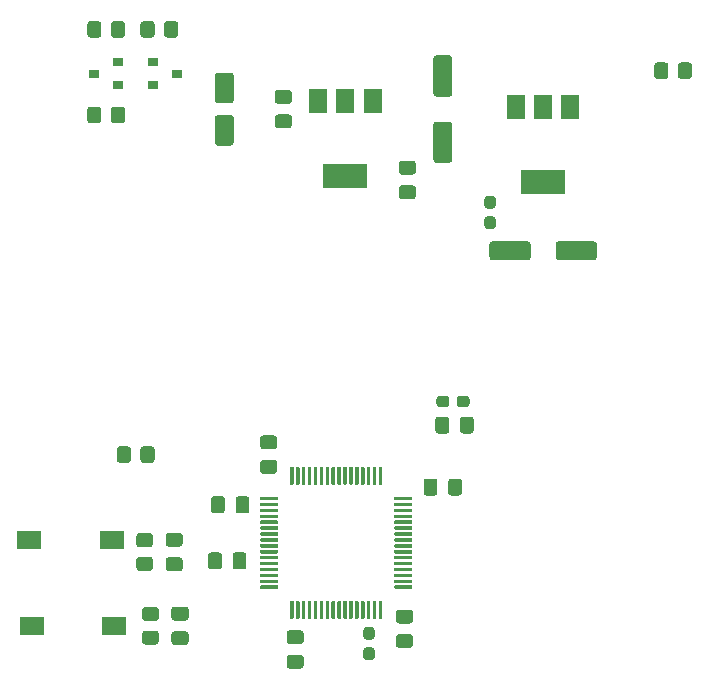
<source format=gbr>
%TF.GenerationSoftware,KiCad,Pcbnew,(5.1.9)-1*%
%TF.CreationDate,2021-05-13T01:47:40+02:00*%
%TF.ProjectId,PlytkaGlowna,506c7974-6b61-4476-9c6f-776e612e6b69,rev?*%
%TF.SameCoordinates,Original*%
%TF.FileFunction,Paste,Top*%
%TF.FilePolarity,Positive*%
%FSLAX46Y46*%
G04 Gerber Fmt 4.6, Leading zero omitted, Abs format (unit mm)*
G04 Created by KiCad (PCBNEW (5.1.9)-1) date 2021-05-13 01:47:40*
%MOMM*%
%LPD*%
G01*
G04 APERTURE LIST*
%ADD10R,0.900000X0.800000*%
%ADD11R,2.000000X1.500000*%
%ADD12R,1.500000X2.000000*%
%ADD13R,3.800000X2.000000*%
G04 APERTURE END LIST*
%TO.C,U3*%
G36*
G01*
X158025001Y-106800001D02*
X158025001Y-106650001D01*
G75*
G02*
X158100001Y-106575001I75000J0D01*
G01*
X159500001Y-106575001D01*
G75*
G02*
X159575001Y-106650001I0J-75000D01*
G01*
X159575001Y-106800001D01*
G75*
G02*
X159500001Y-106875001I-75000J0D01*
G01*
X158100001Y-106875001D01*
G75*
G02*
X158025001Y-106800001I0J75000D01*
G01*
G37*
G36*
G01*
X158025001Y-107300001D02*
X158025001Y-107150001D01*
G75*
G02*
X158100001Y-107075001I75000J0D01*
G01*
X159500001Y-107075001D01*
G75*
G02*
X159575001Y-107150001I0J-75000D01*
G01*
X159575001Y-107300001D01*
G75*
G02*
X159500001Y-107375001I-75000J0D01*
G01*
X158100001Y-107375001D01*
G75*
G02*
X158025001Y-107300001I0J75000D01*
G01*
G37*
G36*
G01*
X158025001Y-107800001D02*
X158025001Y-107650001D01*
G75*
G02*
X158100001Y-107575001I75000J0D01*
G01*
X159500001Y-107575001D01*
G75*
G02*
X159575001Y-107650001I0J-75000D01*
G01*
X159575001Y-107800001D01*
G75*
G02*
X159500001Y-107875001I-75000J0D01*
G01*
X158100001Y-107875001D01*
G75*
G02*
X158025001Y-107800001I0J75000D01*
G01*
G37*
G36*
G01*
X158025001Y-108300001D02*
X158025001Y-108150001D01*
G75*
G02*
X158100001Y-108075001I75000J0D01*
G01*
X159500001Y-108075001D01*
G75*
G02*
X159575001Y-108150001I0J-75000D01*
G01*
X159575001Y-108300001D01*
G75*
G02*
X159500001Y-108375001I-75000J0D01*
G01*
X158100001Y-108375001D01*
G75*
G02*
X158025001Y-108300001I0J75000D01*
G01*
G37*
G36*
G01*
X158025001Y-108800001D02*
X158025001Y-108650001D01*
G75*
G02*
X158100001Y-108575001I75000J0D01*
G01*
X159500001Y-108575001D01*
G75*
G02*
X159575001Y-108650001I0J-75000D01*
G01*
X159575001Y-108800001D01*
G75*
G02*
X159500001Y-108875001I-75000J0D01*
G01*
X158100001Y-108875001D01*
G75*
G02*
X158025001Y-108800001I0J75000D01*
G01*
G37*
G36*
G01*
X158025001Y-109300001D02*
X158025001Y-109150001D01*
G75*
G02*
X158100001Y-109075001I75000J0D01*
G01*
X159500001Y-109075001D01*
G75*
G02*
X159575001Y-109150001I0J-75000D01*
G01*
X159575001Y-109300001D01*
G75*
G02*
X159500001Y-109375001I-75000J0D01*
G01*
X158100001Y-109375001D01*
G75*
G02*
X158025001Y-109300001I0J75000D01*
G01*
G37*
G36*
G01*
X158025001Y-109800001D02*
X158025001Y-109650001D01*
G75*
G02*
X158100001Y-109575001I75000J0D01*
G01*
X159500001Y-109575001D01*
G75*
G02*
X159575001Y-109650001I0J-75000D01*
G01*
X159575001Y-109800001D01*
G75*
G02*
X159500001Y-109875001I-75000J0D01*
G01*
X158100001Y-109875001D01*
G75*
G02*
X158025001Y-109800001I0J75000D01*
G01*
G37*
G36*
G01*
X158025001Y-110300001D02*
X158025001Y-110150001D01*
G75*
G02*
X158100001Y-110075001I75000J0D01*
G01*
X159500001Y-110075001D01*
G75*
G02*
X159575001Y-110150001I0J-75000D01*
G01*
X159575001Y-110300001D01*
G75*
G02*
X159500001Y-110375001I-75000J0D01*
G01*
X158100001Y-110375001D01*
G75*
G02*
X158025001Y-110300001I0J75000D01*
G01*
G37*
G36*
G01*
X158025001Y-110800001D02*
X158025001Y-110650001D01*
G75*
G02*
X158100001Y-110575001I75000J0D01*
G01*
X159500001Y-110575001D01*
G75*
G02*
X159575001Y-110650001I0J-75000D01*
G01*
X159575001Y-110800001D01*
G75*
G02*
X159500001Y-110875001I-75000J0D01*
G01*
X158100001Y-110875001D01*
G75*
G02*
X158025001Y-110800001I0J75000D01*
G01*
G37*
G36*
G01*
X158025001Y-111300001D02*
X158025001Y-111150001D01*
G75*
G02*
X158100001Y-111075001I75000J0D01*
G01*
X159500001Y-111075001D01*
G75*
G02*
X159575001Y-111150001I0J-75000D01*
G01*
X159575001Y-111300001D01*
G75*
G02*
X159500001Y-111375001I-75000J0D01*
G01*
X158100001Y-111375001D01*
G75*
G02*
X158025001Y-111300001I0J75000D01*
G01*
G37*
G36*
G01*
X158025001Y-111800001D02*
X158025001Y-111650001D01*
G75*
G02*
X158100001Y-111575001I75000J0D01*
G01*
X159500001Y-111575001D01*
G75*
G02*
X159575001Y-111650001I0J-75000D01*
G01*
X159575001Y-111800001D01*
G75*
G02*
X159500001Y-111875001I-75000J0D01*
G01*
X158100001Y-111875001D01*
G75*
G02*
X158025001Y-111800001I0J75000D01*
G01*
G37*
G36*
G01*
X158025001Y-112300001D02*
X158025001Y-112150001D01*
G75*
G02*
X158100001Y-112075001I75000J0D01*
G01*
X159500001Y-112075001D01*
G75*
G02*
X159575001Y-112150001I0J-75000D01*
G01*
X159575001Y-112300001D01*
G75*
G02*
X159500001Y-112375001I-75000J0D01*
G01*
X158100001Y-112375001D01*
G75*
G02*
X158025001Y-112300001I0J75000D01*
G01*
G37*
G36*
G01*
X158025001Y-112800001D02*
X158025001Y-112650001D01*
G75*
G02*
X158100001Y-112575001I75000J0D01*
G01*
X159500001Y-112575001D01*
G75*
G02*
X159575001Y-112650001I0J-75000D01*
G01*
X159575001Y-112800001D01*
G75*
G02*
X159500001Y-112875001I-75000J0D01*
G01*
X158100001Y-112875001D01*
G75*
G02*
X158025001Y-112800001I0J75000D01*
G01*
G37*
G36*
G01*
X158025001Y-113300001D02*
X158025001Y-113150001D01*
G75*
G02*
X158100001Y-113075001I75000J0D01*
G01*
X159500001Y-113075001D01*
G75*
G02*
X159575001Y-113150001I0J-75000D01*
G01*
X159575001Y-113300001D01*
G75*
G02*
X159500001Y-113375001I-75000J0D01*
G01*
X158100001Y-113375001D01*
G75*
G02*
X158025001Y-113300001I0J75000D01*
G01*
G37*
G36*
G01*
X158025001Y-113800001D02*
X158025001Y-113650001D01*
G75*
G02*
X158100001Y-113575001I75000J0D01*
G01*
X159500001Y-113575001D01*
G75*
G02*
X159575001Y-113650001I0J-75000D01*
G01*
X159575001Y-113800001D01*
G75*
G02*
X159500001Y-113875001I-75000J0D01*
G01*
X158100001Y-113875001D01*
G75*
G02*
X158025001Y-113800001I0J75000D01*
G01*
G37*
G36*
G01*
X158025001Y-114300001D02*
X158025001Y-114150001D01*
G75*
G02*
X158100001Y-114075001I75000J0D01*
G01*
X159500001Y-114075001D01*
G75*
G02*
X159575001Y-114150001I0J-75000D01*
G01*
X159575001Y-114300001D01*
G75*
G02*
X159500001Y-114375001I-75000J0D01*
G01*
X158100001Y-114375001D01*
G75*
G02*
X158025001Y-114300001I0J75000D01*
G01*
G37*
G36*
G01*
X160575001Y-116850001D02*
X160575001Y-115450001D01*
G75*
G02*
X160650001Y-115375001I75000J0D01*
G01*
X160800001Y-115375001D01*
G75*
G02*
X160875001Y-115450001I0J-75000D01*
G01*
X160875001Y-116850001D01*
G75*
G02*
X160800001Y-116925001I-75000J0D01*
G01*
X160650001Y-116925001D01*
G75*
G02*
X160575001Y-116850001I0J75000D01*
G01*
G37*
G36*
G01*
X161075001Y-116850001D02*
X161075001Y-115450001D01*
G75*
G02*
X161150001Y-115375001I75000J0D01*
G01*
X161300001Y-115375001D01*
G75*
G02*
X161375001Y-115450001I0J-75000D01*
G01*
X161375001Y-116850001D01*
G75*
G02*
X161300001Y-116925001I-75000J0D01*
G01*
X161150001Y-116925001D01*
G75*
G02*
X161075001Y-116850001I0J75000D01*
G01*
G37*
G36*
G01*
X161575001Y-116850001D02*
X161575001Y-115450001D01*
G75*
G02*
X161650001Y-115375001I75000J0D01*
G01*
X161800001Y-115375001D01*
G75*
G02*
X161875001Y-115450001I0J-75000D01*
G01*
X161875001Y-116850001D01*
G75*
G02*
X161800001Y-116925001I-75000J0D01*
G01*
X161650001Y-116925001D01*
G75*
G02*
X161575001Y-116850001I0J75000D01*
G01*
G37*
G36*
G01*
X162075001Y-116850001D02*
X162075001Y-115450001D01*
G75*
G02*
X162150001Y-115375001I75000J0D01*
G01*
X162300001Y-115375001D01*
G75*
G02*
X162375001Y-115450001I0J-75000D01*
G01*
X162375001Y-116850001D01*
G75*
G02*
X162300001Y-116925001I-75000J0D01*
G01*
X162150001Y-116925001D01*
G75*
G02*
X162075001Y-116850001I0J75000D01*
G01*
G37*
G36*
G01*
X162575001Y-116850001D02*
X162575001Y-115450001D01*
G75*
G02*
X162650001Y-115375001I75000J0D01*
G01*
X162800001Y-115375001D01*
G75*
G02*
X162875001Y-115450001I0J-75000D01*
G01*
X162875001Y-116850001D01*
G75*
G02*
X162800001Y-116925001I-75000J0D01*
G01*
X162650001Y-116925001D01*
G75*
G02*
X162575001Y-116850001I0J75000D01*
G01*
G37*
G36*
G01*
X163075001Y-116850001D02*
X163075001Y-115450001D01*
G75*
G02*
X163150001Y-115375001I75000J0D01*
G01*
X163300001Y-115375001D01*
G75*
G02*
X163375001Y-115450001I0J-75000D01*
G01*
X163375001Y-116850001D01*
G75*
G02*
X163300001Y-116925001I-75000J0D01*
G01*
X163150001Y-116925001D01*
G75*
G02*
X163075001Y-116850001I0J75000D01*
G01*
G37*
G36*
G01*
X163575001Y-116850001D02*
X163575001Y-115450001D01*
G75*
G02*
X163650001Y-115375001I75000J0D01*
G01*
X163800001Y-115375001D01*
G75*
G02*
X163875001Y-115450001I0J-75000D01*
G01*
X163875001Y-116850001D01*
G75*
G02*
X163800001Y-116925001I-75000J0D01*
G01*
X163650001Y-116925001D01*
G75*
G02*
X163575001Y-116850001I0J75000D01*
G01*
G37*
G36*
G01*
X164075001Y-116850001D02*
X164075001Y-115450001D01*
G75*
G02*
X164150001Y-115375001I75000J0D01*
G01*
X164300001Y-115375001D01*
G75*
G02*
X164375001Y-115450001I0J-75000D01*
G01*
X164375001Y-116850001D01*
G75*
G02*
X164300001Y-116925001I-75000J0D01*
G01*
X164150001Y-116925001D01*
G75*
G02*
X164075001Y-116850001I0J75000D01*
G01*
G37*
G36*
G01*
X164575001Y-116850001D02*
X164575001Y-115450001D01*
G75*
G02*
X164650001Y-115375001I75000J0D01*
G01*
X164800001Y-115375001D01*
G75*
G02*
X164875001Y-115450001I0J-75000D01*
G01*
X164875001Y-116850001D01*
G75*
G02*
X164800001Y-116925001I-75000J0D01*
G01*
X164650001Y-116925001D01*
G75*
G02*
X164575001Y-116850001I0J75000D01*
G01*
G37*
G36*
G01*
X165075001Y-116850001D02*
X165075001Y-115450001D01*
G75*
G02*
X165150001Y-115375001I75000J0D01*
G01*
X165300001Y-115375001D01*
G75*
G02*
X165375001Y-115450001I0J-75000D01*
G01*
X165375001Y-116850001D01*
G75*
G02*
X165300001Y-116925001I-75000J0D01*
G01*
X165150001Y-116925001D01*
G75*
G02*
X165075001Y-116850001I0J75000D01*
G01*
G37*
G36*
G01*
X165575001Y-116850001D02*
X165575001Y-115450001D01*
G75*
G02*
X165650001Y-115375001I75000J0D01*
G01*
X165800001Y-115375001D01*
G75*
G02*
X165875001Y-115450001I0J-75000D01*
G01*
X165875001Y-116850001D01*
G75*
G02*
X165800001Y-116925001I-75000J0D01*
G01*
X165650001Y-116925001D01*
G75*
G02*
X165575001Y-116850001I0J75000D01*
G01*
G37*
G36*
G01*
X166075001Y-116850001D02*
X166075001Y-115450001D01*
G75*
G02*
X166150001Y-115375001I75000J0D01*
G01*
X166300001Y-115375001D01*
G75*
G02*
X166375001Y-115450001I0J-75000D01*
G01*
X166375001Y-116850001D01*
G75*
G02*
X166300001Y-116925001I-75000J0D01*
G01*
X166150001Y-116925001D01*
G75*
G02*
X166075001Y-116850001I0J75000D01*
G01*
G37*
G36*
G01*
X166575001Y-116850001D02*
X166575001Y-115450001D01*
G75*
G02*
X166650001Y-115375001I75000J0D01*
G01*
X166800001Y-115375001D01*
G75*
G02*
X166875001Y-115450001I0J-75000D01*
G01*
X166875001Y-116850001D01*
G75*
G02*
X166800001Y-116925001I-75000J0D01*
G01*
X166650001Y-116925001D01*
G75*
G02*
X166575001Y-116850001I0J75000D01*
G01*
G37*
G36*
G01*
X167075001Y-116850001D02*
X167075001Y-115450001D01*
G75*
G02*
X167150001Y-115375001I75000J0D01*
G01*
X167300001Y-115375001D01*
G75*
G02*
X167375001Y-115450001I0J-75000D01*
G01*
X167375001Y-116850001D01*
G75*
G02*
X167300001Y-116925001I-75000J0D01*
G01*
X167150001Y-116925001D01*
G75*
G02*
X167075001Y-116850001I0J75000D01*
G01*
G37*
G36*
G01*
X167575001Y-116850001D02*
X167575001Y-115450001D01*
G75*
G02*
X167650001Y-115375001I75000J0D01*
G01*
X167800001Y-115375001D01*
G75*
G02*
X167875001Y-115450001I0J-75000D01*
G01*
X167875001Y-116850001D01*
G75*
G02*
X167800001Y-116925001I-75000J0D01*
G01*
X167650001Y-116925001D01*
G75*
G02*
X167575001Y-116850001I0J75000D01*
G01*
G37*
G36*
G01*
X168075001Y-116850001D02*
X168075001Y-115450001D01*
G75*
G02*
X168150001Y-115375001I75000J0D01*
G01*
X168300001Y-115375001D01*
G75*
G02*
X168375001Y-115450001I0J-75000D01*
G01*
X168375001Y-116850001D01*
G75*
G02*
X168300001Y-116925001I-75000J0D01*
G01*
X168150001Y-116925001D01*
G75*
G02*
X168075001Y-116850001I0J75000D01*
G01*
G37*
G36*
G01*
X169375001Y-114300001D02*
X169375001Y-114150001D01*
G75*
G02*
X169450001Y-114075001I75000J0D01*
G01*
X170850001Y-114075001D01*
G75*
G02*
X170925001Y-114150001I0J-75000D01*
G01*
X170925001Y-114300001D01*
G75*
G02*
X170850001Y-114375001I-75000J0D01*
G01*
X169450001Y-114375001D01*
G75*
G02*
X169375001Y-114300001I0J75000D01*
G01*
G37*
G36*
G01*
X169375001Y-113800001D02*
X169375001Y-113650001D01*
G75*
G02*
X169450001Y-113575001I75000J0D01*
G01*
X170850001Y-113575001D01*
G75*
G02*
X170925001Y-113650001I0J-75000D01*
G01*
X170925001Y-113800001D01*
G75*
G02*
X170850001Y-113875001I-75000J0D01*
G01*
X169450001Y-113875001D01*
G75*
G02*
X169375001Y-113800001I0J75000D01*
G01*
G37*
G36*
G01*
X169375001Y-113300001D02*
X169375001Y-113150001D01*
G75*
G02*
X169450001Y-113075001I75000J0D01*
G01*
X170850001Y-113075001D01*
G75*
G02*
X170925001Y-113150001I0J-75000D01*
G01*
X170925001Y-113300001D01*
G75*
G02*
X170850001Y-113375001I-75000J0D01*
G01*
X169450001Y-113375001D01*
G75*
G02*
X169375001Y-113300001I0J75000D01*
G01*
G37*
G36*
G01*
X169375001Y-112800001D02*
X169375001Y-112650001D01*
G75*
G02*
X169450001Y-112575001I75000J0D01*
G01*
X170850001Y-112575001D01*
G75*
G02*
X170925001Y-112650001I0J-75000D01*
G01*
X170925001Y-112800001D01*
G75*
G02*
X170850001Y-112875001I-75000J0D01*
G01*
X169450001Y-112875001D01*
G75*
G02*
X169375001Y-112800001I0J75000D01*
G01*
G37*
G36*
G01*
X169375001Y-112300001D02*
X169375001Y-112150001D01*
G75*
G02*
X169450001Y-112075001I75000J0D01*
G01*
X170850001Y-112075001D01*
G75*
G02*
X170925001Y-112150001I0J-75000D01*
G01*
X170925001Y-112300001D01*
G75*
G02*
X170850001Y-112375001I-75000J0D01*
G01*
X169450001Y-112375001D01*
G75*
G02*
X169375001Y-112300001I0J75000D01*
G01*
G37*
G36*
G01*
X169375001Y-111800001D02*
X169375001Y-111650001D01*
G75*
G02*
X169450001Y-111575001I75000J0D01*
G01*
X170850001Y-111575001D01*
G75*
G02*
X170925001Y-111650001I0J-75000D01*
G01*
X170925001Y-111800001D01*
G75*
G02*
X170850001Y-111875001I-75000J0D01*
G01*
X169450001Y-111875001D01*
G75*
G02*
X169375001Y-111800001I0J75000D01*
G01*
G37*
G36*
G01*
X169375001Y-111300001D02*
X169375001Y-111150001D01*
G75*
G02*
X169450001Y-111075001I75000J0D01*
G01*
X170850001Y-111075001D01*
G75*
G02*
X170925001Y-111150001I0J-75000D01*
G01*
X170925001Y-111300001D01*
G75*
G02*
X170850001Y-111375001I-75000J0D01*
G01*
X169450001Y-111375001D01*
G75*
G02*
X169375001Y-111300001I0J75000D01*
G01*
G37*
G36*
G01*
X169375001Y-110800001D02*
X169375001Y-110650001D01*
G75*
G02*
X169450001Y-110575001I75000J0D01*
G01*
X170850001Y-110575001D01*
G75*
G02*
X170925001Y-110650001I0J-75000D01*
G01*
X170925001Y-110800001D01*
G75*
G02*
X170850001Y-110875001I-75000J0D01*
G01*
X169450001Y-110875001D01*
G75*
G02*
X169375001Y-110800001I0J75000D01*
G01*
G37*
G36*
G01*
X169375001Y-110300001D02*
X169375001Y-110150001D01*
G75*
G02*
X169450001Y-110075001I75000J0D01*
G01*
X170850001Y-110075001D01*
G75*
G02*
X170925001Y-110150001I0J-75000D01*
G01*
X170925001Y-110300001D01*
G75*
G02*
X170850001Y-110375001I-75000J0D01*
G01*
X169450001Y-110375001D01*
G75*
G02*
X169375001Y-110300001I0J75000D01*
G01*
G37*
G36*
G01*
X169375001Y-109800001D02*
X169375001Y-109650001D01*
G75*
G02*
X169450001Y-109575001I75000J0D01*
G01*
X170850001Y-109575001D01*
G75*
G02*
X170925001Y-109650001I0J-75000D01*
G01*
X170925001Y-109800001D01*
G75*
G02*
X170850001Y-109875001I-75000J0D01*
G01*
X169450001Y-109875001D01*
G75*
G02*
X169375001Y-109800001I0J75000D01*
G01*
G37*
G36*
G01*
X169375001Y-109300001D02*
X169375001Y-109150001D01*
G75*
G02*
X169450001Y-109075001I75000J0D01*
G01*
X170850001Y-109075001D01*
G75*
G02*
X170925001Y-109150001I0J-75000D01*
G01*
X170925001Y-109300001D01*
G75*
G02*
X170850001Y-109375001I-75000J0D01*
G01*
X169450001Y-109375001D01*
G75*
G02*
X169375001Y-109300001I0J75000D01*
G01*
G37*
G36*
G01*
X169375001Y-108800001D02*
X169375001Y-108650001D01*
G75*
G02*
X169450001Y-108575001I75000J0D01*
G01*
X170850001Y-108575001D01*
G75*
G02*
X170925001Y-108650001I0J-75000D01*
G01*
X170925001Y-108800001D01*
G75*
G02*
X170850001Y-108875001I-75000J0D01*
G01*
X169450001Y-108875001D01*
G75*
G02*
X169375001Y-108800001I0J75000D01*
G01*
G37*
G36*
G01*
X169375001Y-108300001D02*
X169375001Y-108150001D01*
G75*
G02*
X169450001Y-108075001I75000J0D01*
G01*
X170850001Y-108075001D01*
G75*
G02*
X170925001Y-108150001I0J-75000D01*
G01*
X170925001Y-108300001D01*
G75*
G02*
X170850001Y-108375001I-75000J0D01*
G01*
X169450001Y-108375001D01*
G75*
G02*
X169375001Y-108300001I0J75000D01*
G01*
G37*
G36*
G01*
X169375001Y-107800001D02*
X169375001Y-107650001D01*
G75*
G02*
X169450001Y-107575001I75000J0D01*
G01*
X170850001Y-107575001D01*
G75*
G02*
X170925001Y-107650001I0J-75000D01*
G01*
X170925001Y-107800001D01*
G75*
G02*
X170850001Y-107875001I-75000J0D01*
G01*
X169450001Y-107875001D01*
G75*
G02*
X169375001Y-107800001I0J75000D01*
G01*
G37*
G36*
G01*
X169375001Y-107300001D02*
X169375001Y-107150001D01*
G75*
G02*
X169450001Y-107075001I75000J0D01*
G01*
X170850001Y-107075001D01*
G75*
G02*
X170925001Y-107150001I0J-75000D01*
G01*
X170925001Y-107300001D01*
G75*
G02*
X170850001Y-107375001I-75000J0D01*
G01*
X169450001Y-107375001D01*
G75*
G02*
X169375001Y-107300001I0J75000D01*
G01*
G37*
G36*
G01*
X169375001Y-106800001D02*
X169375001Y-106650001D01*
G75*
G02*
X169450001Y-106575001I75000J0D01*
G01*
X170850001Y-106575001D01*
G75*
G02*
X170925001Y-106650001I0J-75000D01*
G01*
X170925001Y-106800001D01*
G75*
G02*
X170850001Y-106875001I-75000J0D01*
G01*
X169450001Y-106875001D01*
G75*
G02*
X169375001Y-106800001I0J75000D01*
G01*
G37*
G36*
G01*
X168075001Y-105500001D02*
X168075001Y-104100001D01*
G75*
G02*
X168150001Y-104025001I75000J0D01*
G01*
X168300001Y-104025001D01*
G75*
G02*
X168375001Y-104100001I0J-75000D01*
G01*
X168375001Y-105500001D01*
G75*
G02*
X168300001Y-105575001I-75000J0D01*
G01*
X168150001Y-105575001D01*
G75*
G02*
X168075001Y-105500001I0J75000D01*
G01*
G37*
G36*
G01*
X167575001Y-105500001D02*
X167575001Y-104100001D01*
G75*
G02*
X167650001Y-104025001I75000J0D01*
G01*
X167800001Y-104025001D01*
G75*
G02*
X167875001Y-104100001I0J-75000D01*
G01*
X167875001Y-105500001D01*
G75*
G02*
X167800001Y-105575001I-75000J0D01*
G01*
X167650001Y-105575001D01*
G75*
G02*
X167575001Y-105500001I0J75000D01*
G01*
G37*
G36*
G01*
X167075001Y-105500001D02*
X167075001Y-104100001D01*
G75*
G02*
X167150001Y-104025001I75000J0D01*
G01*
X167300001Y-104025001D01*
G75*
G02*
X167375001Y-104100001I0J-75000D01*
G01*
X167375001Y-105500001D01*
G75*
G02*
X167300001Y-105575001I-75000J0D01*
G01*
X167150001Y-105575001D01*
G75*
G02*
X167075001Y-105500001I0J75000D01*
G01*
G37*
G36*
G01*
X166575001Y-105500001D02*
X166575001Y-104100001D01*
G75*
G02*
X166650001Y-104025001I75000J0D01*
G01*
X166800001Y-104025001D01*
G75*
G02*
X166875001Y-104100001I0J-75000D01*
G01*
X166875001Y-105500001D01*
G75*
G02*
X166800001Y-105575001I-75000J0D01*
G01*
X166650001Y-105575001D01*
G75*
G02*
X166575001Y-105500001I0J75000D01*
G01*
G37*
G36*
G01*
X166075001Y-105500001D02*
X166075001Y-104100001D01*
G75*
G02*
X166150001Y-104025001I75000J0D01*
G01*
X166300001Y-104025001D01*
G75*
G02*
X166375001Y-104100001I0J-75000D01*
G01*
X166375001Y-105500001D01*
G75*
G02*
X166300001Y-105575001I-75000J0D01*
G01*
X166150001Y-105575001D01*
G75*
G02*
X166075001Y-105500001I0J75000D01*
G01*
G37*
G36*
G01*
X165575001Y-105500001D02*
X165575001Y-104100001D01*
G75*
G02*
X165650001Y-104025001I75000J0D01*
G01*
X165800001Y-104025001D01*
G75*
G02*
X165875001Y-104100001I0J-75000D01*
G01*
X165875001Y-105500001D01*
G75*
G02*
X165800001Y-105575001I-75000J0D01*
G01*
X165650001Y-105575001D01*
G75*
G02*
X165575001Y-105500001I0J75000D01*
G01*
G37*
G36*
G01*
X165075001Y-105500001D02*
X165075001Y-104100001D01*
G75*
G02*
X165150001Y-104025001I75000J0D01*
G01*
X165300001Y-104025001D01*
G75*
G02*
X165375001Y-104100001I0J-75000D01*
G01*
X165375001Y-105500001D01*
G75*
G02*
X165300001Y-105575001I-75000J0D01*
G01*
X165150001Y-105575001D01*
G75*
G02*
X165075001Y-105500001I0J75000D01*
G01*
G37*
G36*
G01*
X164575001Y-105500001D02*
X164575001Y-104100001D01*
G75*
G02*
X164650001Y-104025001I75000J0D01*
G01*
X164800001Y-104025001D01*
G75*
G02*
X164875001Y-104100001I0J-75000D01*
G01*
X164875001Y-105500001D01*
G75*
G02*
X164800001Y-105575001I-75000J0D01*
G01*
X164650001Y-105575001D01*
G75*
G02*
X164575001Y-105500001I0J75000D01*
G01*
G37*
G36*
G01*
X164075001Y-105500001D02*
X164075001Y-104100001D01*
G75*
G02*
X164150001Y-104025001I75000J0D01*
G01*
X164300001Y-104025001D01*
G75*
G02*
X164375001Y-104100001I0J-75000D01*
G01*
X164375001Y-105500001D01*
G75*
G02*
X164300001Y-105575001I-75000J0D01*
G01*
X164150001Y-105575001D01*
G75*
G02*
X164075001Y-105500001I0J75000D01*
G01*
G37*
G36*
G01*
X163575001Y-105500001D02*
X163575001Y-104100001D01*
G75*
G02*
X163650001Y-104025001I75000J0D01*
G01*
X163800001Y-104025001D01*
G75*
G02*
X163875001Y-104100001I0J-75000D01*
G01*
X163875001Y-105500001D01*
G75*
G02*
X163800001Y-105575001I-75000J0D01*
G01*
X163650001Y-105575001D01*
G75*
G02*
X163575001Y-105500001I0J75000D01*
G01*
G37*
G36*
G01*
X163075001Y-105500001D02*
X163075001Y-104100001D01*
G75*
G02*
X163150001Y-104025001I75000J0D01*
G01*
X163300001Y-104025001D01*
G75*
G02*
X163375001Y-104100001I0J-75000D01*
G01*
X163375001Y-105500001D01*
G75*
G02*
X163300001Y-105575001I-75000J0D01*
G01*
X163150001Y-105575001D01*
G75*
G02*
X163075001Y-105500001I0J75000D01*
G01*
G37*
G36*
G01*
X162575001Y-105500001D02*
X162575001Y-104100001D01*
G75*
G02*
X162650001Y-104025001I75000J0D01*
G01*
X162800001Y-104025001D01*
G75*
G02*
X162875001Y-104100001I0J-75000D01*
G01*
X162875001Y-105500001D01*
G75*
G02*
X162800001Y-105575001I-75000J0D01*
G01*
X162650001Y-105575001D01*
G75*
G02*
X162575001Y-105500001I0J75000D01*
G01*
G37*
G36*
G01*
X162075001Y-105500001D02*
X162075001Y-104100001D01*
G75*
G02*
X162150001Y-104025001I75000J0D01*
G01*
X162300001Y-104025001D01*
G75*
G02*
X162375001Y-104100001I0J-75000D01*
G01*
X162375001Y-105500001D01*
G75*
G02*
X162300001Y-105575001I-75000J0D01*
G01*
X162150001Y-105575001D01*
G75*
G02*
X162075001Y-105500001I0J75000D01*
G01*
G37*
G36*
G01*
X161575001Y-105500001D02*
X161575001Y-104100001D01*
G75*
G02*
X161650001Y-104025001I75000J0D01*
G01*
X161800001Y-104025001D01*
G75*
G02*
X161875001Y-104100001I0J-75000D01*
G01*
X161875001Y-105500001D01*
G75*
G02*
X161800001Y-105575001I-75000J0D01*
G01*
X161650001Y-105575001D01*
G75*
G02*
X161575001Y-105500001I0J75000D01*
G01*
G37*
G36*
G01*
X161075001Y-105500001D02*
X161075001Y-104100001D01*
G75*
G02*
X161150001Y-104025001I75000J0D01*
G01*
X161300001Y-104025001D01*
G75*
G02*
X161375001Y-104100001I0J-75000D01*
G01*
X161375001Y-105500001D01*
G75*
G02*
X161300001Y-105575001I-75000J0D01*
G01*
X161150001Y-105575001D01*
G75*
G02*
X161075001Y-105500001I0J75000D01*
G01*
G37*
G36*
G01*
X160575001Y-105500001D02*
X160575001Y-104100001D01*
G75*
G02*
X160650001Y-104025001I75000J0D01*
G01*
X160800001Y-104025001D01*
G75*
G02*
X160875001Y-104100001I0J-75000D01*
G01*
X160875001Y-105500001D01*
G75*
G02*
X160800001Y-105575001I-75000J0D01*
G01*
X160650001Y-105575001D01*
G75*
G02*
X160575001Y-105500001I0J75000D01*
G01*
G37*
%TD*%
%TO.C,C6*%
G36*
G01*
X167012500Y-117600000D02*
X167487500Y-117600000D01*
G75*
G02*
X167725000Y-117837500I0J-237500D01*
G01*
X167725000Y-118437500D01*
G75*
G02*
X167487500Y-118675000I-237500J0D01*
G01*
X167012500Y-118675000D01*
G75*
G02*
X166775000Y-118437500I0J237500D01*
G01*
X166775000Y-117837500D01*
G75*
G02*
X167012500Y-117600000I237500J0D01*
G01*
G37*
G36*
G01*
X167012500Y-119325000D02*
X167487500Y-119325000D01*
G75*
G02*
X167725000Y-119562500I0J-237500D01*
G01*
X167725000Y-120162500D01*
G75*
G02*
X167487500Y-120400000I-237500J0D01*
G01*
X167012500Y-120400000D01*
G75*
G02*
X166775000Y-120162500I0J237500D01*
G01*
X166775000Y-119562500D01*
G75*
G02*
X167012500Y-119325000I237500J0D01*
G01*
G37*
%TD*%
%TO.C,C15*%
G36*
G01*
X156875000Y-111525000D02*
X156875000Y-112475000D01*
G75*
G02*
X156625000Y-112725000I-250000J0D01*
G01*
X155950000Y-112725000D01*
G75*
G02*
X155700000Y-112475000I0J250000D01*
G01*
X155700000Y-111525000D01*
G75*
G02*
X155950000Y-111275000I250000J0D01*
G01*
X156625000Y-111275000D01*
G75*
G02*
X156875000Y-111525000I0J-250000D01*
G01*
G37*
G36*
G01*
X154800000Y-111525000D02*
X154800000Y-112475000D01*
G75*
G02*
X154550000Y-112725000I-250000J0D01*
G01*
X153875000Y-112725000D01*
G75*
G02*
X153625000Y-112475000I0J250000D01*
G01*
X153625000Y-111525000D01*
G75*
G02*
X153875000Y-111275000I250000J0D01*
G01*
X154550000Y-111275000D01*
G75*
G02*
X154800000Y-111525000I0J-250000D01*
G01*
G37*
%TD*%
%TO.C,C1*%
G36*
G01*
X169775000Y-118200000D02*
X170725000Y-118200000D01*
G75*
G02*
X170975000Y-118450000I0J-250000D01*
G01*
X170975000Y-119125000D01*
G75*
G02*
X170725000Y-119375000I-250000J0D01*
G01*
X169775000Y-119375000D01*
G75*
G02*
X169525000Y-119125000I0J250000D01*
G01*
X169525000Y-118450000D01*
G75*
G02*
X169775000Y-118200000I250000J0D01*
G01*
G37*
G36*
G01*
X169775000Y-116125000D02*
X170725000Y-116125000D01*
G75*
G02*
X170975000Y-116375000I0J-250000D01*
G01*
X170975000Y-117050000D01*
G75*
G02*
X170725000Y-117300000I-250000J0D01*
G01*
X169775000Y-117300000D01*
G75*
G02*
X169525000Y-117050000I0J250000D01*
G01*
X169525000Y-116375000D01*
G75*
G02*
X169775000Y-116125000I250000J0D01*
G01*
G37*
%TD*%
%TO.C,C2*%
G36*
G01*
X151725000Y-119125000D02*
X150775000Y-119125000D01*
G75*
G02*
X150525000Y-118875000I0J250000D01*
G01*
X150525000Y-118200000D01*
G75*
G02*
X150775000Y-117950000I250000J0D01*
G01*
X151725000Y-117950000D01*
G75*
G02*
X151975000Y-118200000I0J-250000D01*
G01*
X151975000Y-118875000D01*
G75*
G02*
X151725000Y-119125000I-250000J0D01*
G01*
G37*
G36*
G01*
X151725000Y-117050000D02*
X150775000Y-117050000D01*
G75*
G02*
X150525000Y-116800000I0J250000D01*
G01*
X150525000Y-116125000D01*
G75*
G02*
X150775000Y-115875000I250000J0D01*
G01*
X151725000Y-115875000D01*
G75*
G02*
X151975000Y-116125000I0J-250000D01*
G01*
X151975000Y-116800000D01*
G75*
G02*
X151725000Y-117050000I-250000J0D01*
G01*
G37*
%TD*%
%TO.C,C3*%
G36*
G01*
X160525000Y-117875000D02*
X161475000Y-117875000D01*
G75*
G02*
X161725000Y-118125000I0J-250000D01*
G01*
X161725000Y-118800000D01*
G75*
G02*
X161475000Y-119050000I-250000J0D01*
G01*
X160525000Y-119050000D01*
G75*
G02*
X160275000Y-118800000I0J250000D01*
G01*
X160275000Y-118125000D01*
G75*
G02*
X160525000Y-117875000I250000J0D01*
G01*
G37*
G36*
G01*
X160525000Y-119950000D02*
X161475000Y-119950000D01*
G75*
G02*
X161725000Y-120200000I0J-250000D01*
G01*
X161725000Y-120875000D01*
G75*
G02*
X161475000Y-121125000I-250000J0D01*
G01*
X160525000Y-121125000D01*
G75*
G02*
X160275000Y-120875000I0J250000D01*
G01*
X160275000Y-120200000D01*
G75*
G02*
X160525000Y-119950000I250000J0D01*
G01*
G37*
%TD*%
%TO.C,C4*%
G36*
G01*
X151225000Y-112875000D02*
X150275000Y-112875000D01*
G75*
G02*
X150025000Y-112625000I0J250000D01*
G01*
X150025000Y-111950000D01*
G75*
G02*
X150275000Y-111700000I250000J0D01*
G01*
X151225000Y-111700000D01*
G75*
G02*
X151475000Y-111950000I0J-250000D01*
G01*
X151475000Y-112625000D01*
G75*
G02*
X151225000Y-112875000I-250000J0D01*
G01*
G37*
G36*
G01*
X151225000Y-110800000D02*
X150275000Y-110800000D01*
G75*
G02*
X150025000Y-110550000I0J250000D01*
G01*
X150025000Y-109875000D01*
G75*
G02*
X150275000Y-109625000I250000J0D01*
G01*
X151225000Y-109625000D01*
G75*
G02*
X151475000Y-109875000I0J-250000D01*
G01*
X151475000Y-110550000D01*
G75*
G02*
X151225000Y-110800000I-250000J0D01*
G01*
G37*
%TD*%
%TO.C,C5*%
G36*
G01*
X159225000Y-102550000D02*
X158275000Y-102550000D01*
G75*
G02*
X158025000Y-102300000I0J250000D01*
G01*
X158025000Y-101625000D01*
G75*
G02*
X158275000Y-101375000I250000J0D01*
G01*
X159225000Y-101375000D01*
G75*
G02*
X159475000Y-101625000I0J-250000D01*
G01*
X159475000Y-102300000D01*
G75*
G02*
X159225000Y-102550000I-250000J0D01*
G01*
G37*
G36*
G01*
X159225000Y-104625000D02*
X158275000Y-104625000D01*
G75*
G02*
X158025000Y-104375000I0J250000D01*
G01*
X158025000Y-103700000D01*
G75*
G02*
X158275000Y-103450000I250000J0D01*
G01*
X159225000Y-103450000D01*
G75*
G02*
X159475000Y-103700000I0J-250000D01*
G01*
X159475000Y-104375000D01*
G75*
G02*
X159225000Y-104625000I-250000J0D01*
G01*
G37*
%TD*%
%TO.C,C7*%
G36*
G01*
X155050000Y-106775000D02*
X155050000Y-107725000D01*
G75*
G02*
X154800000Y-107975000I-250000J0D01*
G01*
X154125000Y-107975000D01*
G75*
G02*
X153875000Y-107725000I0J250000D01*
G01*
X153875000Y-106775000D01*
G75*
G02*
X154125000Y-106525000I250000J0D01*
G01*
X154800000Y-106525000D01*
G75*
G02*
X155050000Y-106775000I0J-250000D01*
G01*
G37*
G36*
G01*
X157125000Y-106775000D02*
X157125000Y-107725000D01*
G75*
G02*
X156875000Y-107975000I-250000J0D01*
G01*
X156200000Y-107975000D01*
G75*
G02*
X155950000Y-107725000I0J250000D01*
G01*
X155950000Y-106775000D01*
G75*
G02*
X156200000Y-106525000I250000J0D01*
G01*
X156875000Y-106525000D01*
G75*
G02*
X157125000Y-106775000I0J-250000D01*
G01*
G37*
%TD*%
%TO.C,C8*%
G36*
G01*
X174950000Y-100975000D02*
X174950000Y-100025000D01*
G75*
G02*
X175200000Y-99775000I250000J0D01*
G01*
X175875000Y-99775000D01*
G75*
G02*
X176125000Y-100025000I0J-250000D01*
G01*
X176125000Y-100975000D01*
G75*
G02*
X175875000Y-101225000I-250000J0D01*
G01*
X175200000Y-101225000D01*
G75*
G02*
X174950000Y-100975000I0J250000D01*
G01*
G37*
G36*
G01*
X172875000Y-100975000D02*
X172875000Y-100025000D01*
G75*
G02*
X173125000Y-99775000I250000J0D01*
G01*
X173800000Y-99775000D01*
G75*
G02*
X174050000Y-100025000I0J-250000D01*
G01*
X174050000Y-100975000D01*
G75*
G02*
X173800000Y-101225000I-250000J0D01*
G01*
X173125000Y-101225000D01*
G75*
G02*
X172875000Y-100975000I0J250000D01*
G01*
G37*
%TD*%
%TO.C,C9*%
G36*
G01*
X154450000Y-70650000D02*
X155550000Y-70650000D01*
G75*
G02*
X155800000Y-70900000I0J-250000D01*
G01*
X155800000Y-73000000D01*
G75*
G02*
X155550000Y-73250000I-250000J0D01*
G01*
X154450000Y-73250000D01*
G75*
G02*
X154200000Y-73000000I0J250000D01*
G01*
X154200000Y-70900000D01*
G75*
G02*
X154450000Y-70650000I250000J0D01*
G01*
G37*
G36*
G01*
X154450000Y-74250000D02*
X155550000Y-74250000D01*
G75*
G02*
X155800000Y-74500000I0J-250000D01*
G01*
X155800000Y-76600000D01*
G75*
G02*
X155550000Y-76850000I-250000J0D01*
G01*
X154450000Y-76850000D01*
G75*
G02*
X154200000Y-76600000I0J250000D01*
G01*
X154200000Y-74500000D01*
G75*
G02*
X154450000Y-74250000I250000J0D01*
G01*
G37*
%TD*%
%TO.C,C10*%
G36*
G01*
X171875000Y-106225000D02*
X171875000Y-105275000D01*
G75*
G02*
X172125000Y-105025000I250000J0D01*
G01*
X172800000Y-105025000D01*
G75*
G02*
X173050000Y-105275000I0J-250000D01*
G01*
X173050000Y-106225000D01*
G75*
G02*
X172800000Y-106475000I-250000J0D01*
G01*
X172125000Y-106475000D01*
G75*
G02*
X171875000Y-106225000I0J250000D01*
G01*
G37*
G36*
G01*
X173950000Y-106225000D02*
X173950000Y-105275000D01*
G75*
G02*
X174200000Y-105025000I250000J0D01*
G01*
X174875000Y-105025000D01*
G75*
G02*
X175125000Y-105275000I0J-250000D01*
G01*
X175125000Y-106225000D01*
G75*
G02*
X174875000Y-106475000I-250000J0D01*
G01*
X174200000Y-106475000D01*
G75*
G02*
X173950000Y-106225000I0J250000D01*
G01*
G37*
%TD*%
%TO.C,C11*%
G36*
G01*
X159525000Y-72125000D02*
X160475000Y-72125000D01*
G75*
G02*
X160725000Y-72375000I0J-250000D01*
G01*
X160725000Y-73050000D01*
G75*
G02*
X160475000Y-73300000I-250000J0D01*
G01*
X159525000Y-73300000D01*
G75*
G02*
X159275000Y-73050000I0J250000D01*
G01*
X159275000Y-72375000D01*
G75*
G02*
X159525000Y-72125000I250000J0D01*
G01*
G37*
G36*
G01*
X159525000Y-74200000D02*
X160475000Y-74200000D01*
G75*
G02*
X160725000Y-74450000I0J-250000D01*
G01*
X160725000Y-75125000D01*
G75*
G02*
X160475000Y-75375000I-250000J0D01*
G01*
X159525000Y-75375000D01*
G75*
G02*
X159275000Y-75125000I0J250000D01*
G01*
X159275000Y-74450000D01*
G75*
G02*
X159525000Y-74200000I250000J0D01*
G01*
G37*
%TD*%
%TO.C,C12*%
G36*
G01*
X172962500Y-98737500D02*
X172962500Y-98262500D01*
G75*
G02*
X173200000Y-98025000I237500J0D01*
G01*
X173800000Y-98025000D01*
G75*
G02*
X174037500Y-98262500I0J-237500D01*
G01*
X174037500Y-98737500D01*
G75*
G02*
X173800000Y-98975000I-237500J0D01*
G01*
X173200000Y-98975000D01*
G75*
G02*
X172962500Y-98737500I0J237500D01*
G01*
G37*
G36*
G01*
X174687500Y-98737500D02*
X174687500Y-98262500D01*
G75*
G02*
X174925000Y-98025000I237500J0D01*
G01*
X175525000Y-98025000D01*
G75*
G02*
X175762500Y-98262500I0J-237500D01*
G01*
X175762500Y-98737500D01*
G75*
G02*
X175525000Y-98975000I-237500J0D01*
G01*
X174925000Y-98975000D01*
G75*
G02*
X174687500Y-98737500I0J237500D01*
G01*
G37*
%TD*%
%TO.C,C13*%
G36*
G01*
X170025000Y-78125000D02*
X170975000Y-78125000D01*
G75*
G02*
X171225000Y-78375000I0J-250000D01*
G01*
X171225000Y-79050000D01*
G75*
G02*
X170975000Y-79300000I-250000J0D01*
G01*
X170025000Y-79300000D01*
G75*
G02*
X169775000Y-79050000I0J250000D01*
G01*
X169775000Y-78375000D01*
G75*
G02*
X170025000Y-78125000I250000J0D01*
G01*
G37*
G36*
G01*
X170025000Y-80200000D02*
X170975000Y-80200000D01*
G75*
G02*
X171225000Y-80450000I0J-250000D01*
G01*
X171225000Y-81125000D01*
G75*
G02*
X170975000Y-81375000I-250000J0D01*
G01*
X170025000Y-81375000D01*
G75*
G02*
X169775000Y-81125000I0J250000D01*
G01*
X169775000Y-80450000D01*
G75*
G02*
X170025000Y-80200000I250000J0D01*
G01*
G37*
%TD*%
%TO.C,C14*%
G36*
G01*
X174050000Y-72700000D02*
X172950000Y-72700000D01*
G75*
G02*
X172700000Y-72450000I0J250000D01*
G01*
X172700000Y-69450000D01*
G75*
G02*
X172950000Y-69200000I250000J0D01*
G01*
X174050000Y-69200000D01*
G75*
G02*
X174300000Y-69450000I0J-250000D01*
G01*
X174300000Y-72450000D01*
G75*
G02*
X174050000Y-72700000I-250000J0D01*
G01*
G37*
G36*
G01*
X174050000Y-78300000D02*
X172950000Y-78300000D01*
G75*
G02*
X172700000Y-78050000I0J250000D01*
G01*
X172700000Y-75050000D01*
G75*
G02*
X172950000Y-74800000I250000J0D01*
G01*
X174050000Y-74800000D01*
G75*
G02*
X174300000Y-75050000I0J-250000D01*
G01*
X174300000Y-78050000D01*
G75*
G02*
X174050000Y-78300000I-250000J0D01*
G01*
G37*
%TD*%
%TO.C,C17*%
G36*
G01*
X177737500Y-83900000D02*
X177262500Y-83900000D01*
G75*
G02*
X177025000Y-83662500I0J237500D01*
G01*
X177025000Y-83062500D01*
G75*
G02*
X177262500Y-82825000I237500J0D01*
G01*
X177737500Y-82825000D01*
G75*
G02*
X177975000Y-83062500I0J-237500D01*
G01*
X177975000Y-83662500D01*
G75*
G02*
X177737500Y-83900000I-237500J0D01*
G01*
G37*
G36*
G01*
X177737500Y-82175000D02*
X177262500Y-82175000D01*
G75*
G02*
X177025000Y-81937500I0J237500D01*
G01*
X177025000Y-81337500D01*
G75*
G02*
X177262500Y-81100000I237500J0D01*
G01*
X177737500Y-81100000D01*
G75*
G02*
X177975000Y-81337500I0J-237500D01*
G01*
X177975000Y-81937500D01*
G75*
G02*
X177737500Y-82175000I-237500J0D01*
G01*
G37*
%TD*%
%TO.C,C18*%
G36*
G01*
X177450000Y-86300000D02*
X177450000Y-85200000D01*
G75*
G02*
X177700000Y-84950000I250000J0D01*
G01*
X180700000Y-84950000D01*
G75*
G02*
X180950000Y-85200000I0J-250000D01*
G01*
X180950000Y-86300000D01*
G75*
G02*
X180700000Y-86550000I-250000J0D01*
G01*
X177700000Y-86550000D01*
G75*
G02*
X177450000Y-86300000I0J250000D01*
G01*
G37*
G36*
G01*
X183050000Y-86300000D02*
X183050000Y-85200000D01*
G75*
G02*
X183300000Y-84950000I250000J0D01*
G01*
X186300000Y-84950000D01*
G75*
G02*
X186550000Y-85200000I0J-250000D01*
G01*
X186550000Y-86300000D01*
G75*
G02*
X186300000Y-86550000I-250000J0D01*
G01*
X183300000Y-86550000D01*
G75*
G02*
X183050000Y-86300000I0J250000D01*
G01*
G37*
%TD*%
D10*
%TO.C,Q1*%
X146000000Y-71700000D03*
X146000000Y-69800000D03*
X144000000Y-70750000D03*
%TD*%
%TO.C,Q2*%
X151000000Y-70750000D03*
X149000000Y-71700000D03*
X149000000Y-69800000D03*
%TD*%
%TO.C,R1*%
G36*
G01*
X144600000Y-73799999D02*
X144600000Y-74700001D01*
G75*
G02*
X144350001Y-74950000I-249999J0D01*
G01*
X143649999Y-74950000D01*
G75*
G02*
X143400000Y-74700001I0J249999D01*
G01*
X143400000Y-73799999D01*
G75*
G02*
X143649999Y-73550000I249999J0D01*
G01*
X144350001Y-73550000D01*
G75*
G02*
X144600000Y-73799999I0J-249999D01*
G01*
G37*
G36*
G01*
X146600000Y-73799999D02*
X146600000Y-74700001D01*
G75*
G02*
X146350001Y-74950000I-249999J0D01*
G01*
X145649999Y-74950000D01*
G75*
G02*
X145400000Y-74700001I0J249999D01*
G01*
X145400000Y-73799999D01*
G75*
G02*
X145649999Y-73550000I249999J0D01*
G01*
X146350001Y-73550000D01*
G75*
G02*
X146600000Y-73799999I0J-249999D01*
G01*
G37*
%TD*%
%TO.C,R2*%
G36*
G01*
X146600000Y-66549999D02*
X146600000Y-67450001D01*
G75*
G02*
X146350001Y-67700000I-249999J0D01*
G01*
X145649999Y-67700000D01*
G75*
G02*
X145400000Y-67450001I0J249999D01*
G01*
X145400000Y-66549999D01*
G75*
G02*
X145649999Y-66300000I249999J0D01*
G01*
X146350001Y-66300000D01*
G75*
G02*
X146600000Y-66549999I0J-249999D01*
G01*
G37*
G36*
G01*
X144600000Y-66549999D02*
X144600000Y-67450001D01*
G75*
G02*
X144350001Y-67700000I-249999J0D01*
G01*
X143649999Y-67700000D01*
G75*
G02*
X143400000Y-67450001I0J249999D01*
G01*
X143400000Y-66549999D01*
G75*
G02*
X143649999Y-66300000I249999J0D01*
G01*
X144350001Y-66300000D01*
G75*
G02*
X144600000Y-66549999I0J-249999D01*
G01*
G37*
%TD*%
%TO.C,R3*%
G36*
G01*
X147799999Y-109650000D02*
X148700001Y-109650000D01*
G75*
G02*
X148950000Y-109899999I0J-249999D01*
G01*
X148950000Y-110600001D01*
G75*
G02*
X148700001Y-110850000I-249999J0D01*
G01*
X147799999Y-110850000D01*
G75*
G02*
X147550000Y-110600001I0J249999D01*
G01*
X147550000Y-109899999D01*
G75*
G02*
X147799999Y-109650000I249999J0D01*
G01*
G37*
G36*
G01*
X147799999Y-111650000D02*
X148700001Y-111650000D01*
G75*
G02*
X148950000Y-111899999I0J-249999D01*
G01*
X148950000Y-112600001D01*
G75*
G02*
X148700001Y-112850000I-249999J0D01*
G01*
X147799999Y-112850000D01*
G75*
G02*
X147550000Y-112600001I0J249999D01*
G01*
X147550000Y-111899999D01*
G75*
G02*
X147799999Y-111650000I249999J0D01*
G01*
G37*
%TD*%
%TO.C,R4*%
G36*
G01*
X149900000Y-67450001D02*
X149900000Y-66549999D01*
G75*
G02*
X150149999Y-66300000I249999J0D01*
G01*
X150850001Y-66300000D01*
G75*
G02*
X151100000Y-66549999I0J-249999D01*
G01*
X151100000Y-67450001D01*
G75*
G02*
X150850001Y-67700000I-249999J0D01*
G01*
X150149999Y-67700000D01*
G75*
G02*
X149900000Y-67450001I0J249999D01*
G01*
G37*
G36*
G01*
X147900000Y-67450001D02*
X147900000Y-66549999D01*
G75*
G02*
X148149999Y-66300000I249999J0D01*
G01*
X148850001Y-66300000D01*
G75*
G02*
X149100000Y-66549999I0J-249999D01*
G01*
X149100000Y-67450001D01*
G75*
G02*
X148850001Y-67700000I-249999J0D01*
G01*
X148149999Y-67700000D01*
G75*
G02*
X147900000Y-67450001I0J249999D01*
G01*
G37*
%TD*%
%TO.C,R5*%
G36*
G01*
X148299999Y-115900000D02*
X149200001Y-115900000D01*
G75*
G02*
X149450000Y-116149999I0J-249999D01*
G01*
X149450000Y-116850001D01*
G75*
G02*
X149200001Y-117100000I-249999J0D01*
G01*
X148299999Y-117100000D01*
G75*
G02*
X148050000Y-116850001I0J249999D01*
G01*
X148050000Y-116149999D01*
G75*
G02*
X148299999Y-115900000I249999J0D01*
G01*
G37*
G36*
G01*
X148299999Y-117900000D02*
X149200001Y-117900000D01*
G75*
G02*
X149450000Y-118149999I0J-249999D01*
G01*
X149450000Y-118850001D01*
G75*
G02*
X149200001Y-119100000I-249999J0D01*
G01*
X148299999Y-119100000D01*
G75*
G02*
X148050000Y-118850001I0J249999D01*
G01*
X148050000Y-118149999D01*
G75*
G02*
X148299999Y-117900000I249999J0D01*
G01*
G37*
%TD*%
%TO.C,R6*%
G36*
G01*
X191400000Y-70950001D02*
X191400000Y-70049999D01*
G75*
G02*
X191649999Y-69800000I249999J0D01*
G01*
X192350001Y-69800000D01*
G75*
G02*
X192600000Y-70049999I0J-249999D01*
G01*
X192600000Y-70950001D01*
G75*
G02*
X192350001Y-71200000I-249999J0D01*
G01*
X191649999Y-71200000D01*
G75*
G02*
X191400000Y-70950001I0J249999D01*
G01*
G37*
G36*
G01*
X193400000Y-70950001D02*
X193400000Y-70049999D01*
G75*
G02*
X193649999Y-69800000I249999J0D01*
G01*
X194350001Y-69800000D01*
G75*
G02*
X194600000Y-70049999I0J-249999D01*
G01*
X194600000Y-70950001D01*
G75*
G02*
X194350001Y-71200000I-249999J0D01*
G01*
X193649999Y-71200000D01*
G75*
G02*
X193400000Y-70950001I0J249999D01*
G01*
G37*
%TD*%
%TO.C,R7*%
G36*
G01*
X147900000Y-103450001D02*
X147900000Y-102549999D01*
G75*
G02*
X148149999Y-102300000I249999J0D01*
G01*
X148850001Y-102300000D01*
G75*
G02*
X149100000Y-102549999I0J-249999D01*
G01*
X149100000Y-103450001D01*
G75*
G02*
X148850001Y-103700000I-249999J0D01*
G01*
X148149999Y-103700000D01*
G75*
G02*
X147900000Y-103450001I0J249999D01*
G01*
G37*
G36*
G01*
X145900000Y-103450001D02*
X145900000Y-102549999D01*
G75*
G02*
X146149999Y-102300000I249999J0D01*
G01*
X146850001Y-102300000D01*
G75*
G02*
X147100000Y-102549999I0J-249999D01*
G01*
X147100000Y-103450001D01*
G75*
G02*
X146850001Y-103700000I-249999J0D01*
G01*
X146149999Y-103700000D01*
G75*
G02*
X145900000Y-103450001I0J249999D01*
G01*
G37*
%TD*%
D11*
%TO.C,SW1*%
X138450000Y-110250000D03*
X145450000Y-110250000D03*
%TD*%
%TO.C,SW3*%
X145700000Y-117500000D03*
X138700000Y-117500000D03*
%TD*%
D12*
%TO.C,U1*%
X167550000Y-73100000D03*
X162950000Y-73100000D03*
X165250000Y-73100000D03*
D13*
X165250000Y-79400000D03*
%TD*%
%TO.C,U2*%
X182000000Y-79900000D03*
D12*
X182000000Y-73600000D03*
X179700000Y-73600000D03*
X184300000Y-73600000D03*
%TD*%
M02*

</source>
